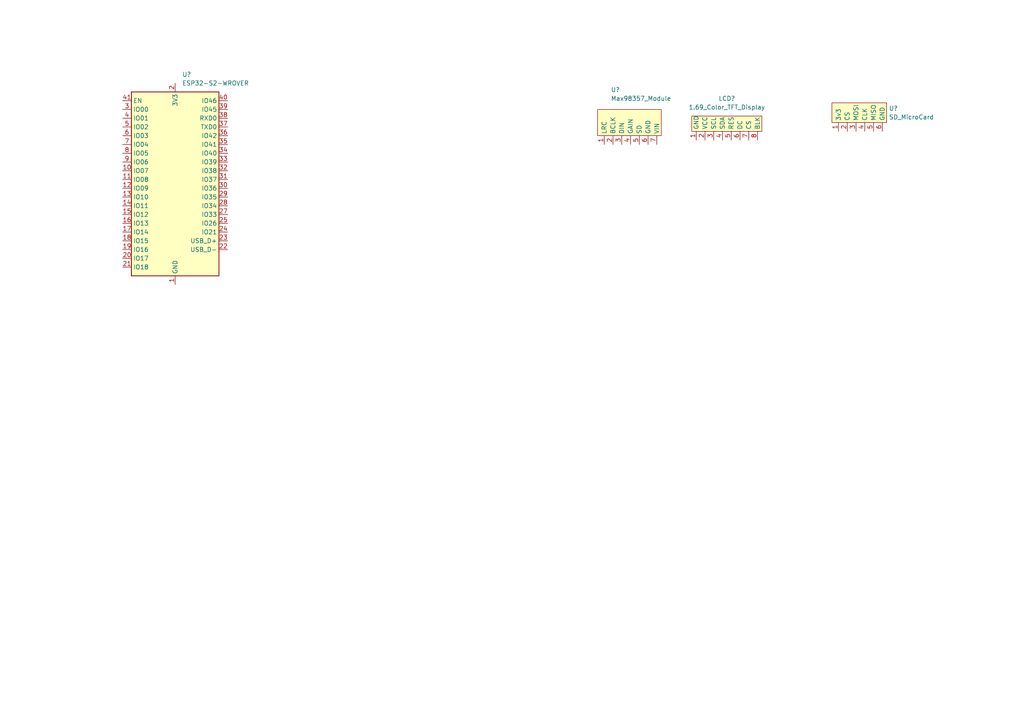
<source format=kicad_sch>
(kicad_sch (version 20211123) (generator eeschema)
  (paper "A4")
  (lib_symbols
    (symbol "Mini-Tv-ESP32:1.69_Color_TFT_Display"
      (property "Reference" "LCD" (at 0 3.81 0))
      (property "Value" "1.69_Color_TFT_Display" (at 0 6.35 0))
      (symbol "1.69_Color_TFT_Display_0_1"
        (rectangle (start -10.16 2.54) (end 10.16 -1.905) (fill (type background)))
      )
      (symbol "1.69_Color_TFT_Display_1_1"
        (pin input line (at -8.89 -4.445 90) (length 2.54) (name "GND") (number "1"))
        (pin input line (at -6.35 -4.445 90) (length 2.54) (name "VCC") (number "2"))
        (pin input line (at -3.81 -4.445 90) (length 2.54) (name "SCL") (number "3"))
        (pin input line (at -1.27 -4.445 90) (length 2.54) (name "SDA") (number "4"))
        (pin input line (at 1.27 -4.445 90) (length 2.54) (name "RES") (number "5"))
        (pin input line (at 3.81 -4.445 90) (length 2.54) (name "DC") (number "6"))
        (pin input line (at 6.35 -4.445 90) (length 2.54) (name "CS") (number "7"))
        (pin input line (at 8.89 -4.445 90) (length 2.54) (name "BLK") (number "8"))
      )
    )
    (symbol "Mini-Tv-ESP32:Max98357_Module"
      (property "Reference" "U" (at 0 5.715 0))
      (property "Value" "Max98357_Module" (at 0 7.62 0))
      (symbol "Max98357_Module_0_0"
        (pin power_out line (at -7.62 -6.35 90) (length 2.54) (name "LRC") (number "1"))
        (pin power_out line (at -5.08 -6.35 90) (length 2.54) (name "BCLK") (number "2"))
        (pin power_in line (at -2.54 -6.35 90) (length 2.54) (name "DIN") (number "3"))
        (pin power_in line (at 0 -6.35 90) (length 2.54) (name "GAIN") (number "4"))
        (pin power_in line (at 2.54 -6.35 90) (length 2.54) (name "SD") (number "5"))
        (pin power_in line (at 5.08 -6.35 90) (length 2.54) (name "GND") (number "6"))
        (pin power_in line (at 7.62 -6.35 90) (length 2.54) (name "VIN") (number "7"))
      )
      (symbol "Max98357_Module_0_1"
        (rectangle (start -9.525 3.81) (end 8.89 -3.81) (fill (type background)))
      )
    )
    (symbol "Mini-Tv-ESP32:SD_MicroCard"
      (property "Reference" "U" (at 0 4.445 0))
      (property "Value" "SD_MicroCard" (at 0 6.35 0))
      (symbol "SD_MicroCard_0_0"
        (pin input line (at -1.27 -5.715 90) (length 2.54) (name "MOSI") (number "3"))
        (pin input line (at 1.27 -5.715 90) (length 2.54) (name "CLK") (number "4"))
        (pin input line (at 3.81 -5.715 90) (length 2.54) (name "MISO") (number "5"))
        (pin input line (at 6.35 -5.715 90) (length 2.54) (name "GND") (number "6"))
      )
      (symbol "SD_MicroCard_0_1"
        (rectangle (start -8.255 2.54) (end 7.62 -3.175) (fill (type background)))
      )
      (symbol "SD_MicroCard_1_1"
        (pin input line (at -6.35 -5.715 90) (length 2.54) (name "3v3") (number "1"))
        (pin input line (at -3.81 -5.715 90) (length 2.54) (name "CS") (number "2"))
      )
    )
    (symbol "RF_Module:ESP32-S2-WROVER"
      (property "Reference" "U" (at -12.7 29.21 0))
      (property "Value" "ESP32-S2-WROVER" (at 2.54 29.21 0))
      (symbol "ESP32-S2-WROVER_0_1"
        (rectangle (start -12.7 27.94) (end 12.7 -25.4) (stroke (width 0.254)) (fill (type background)))
      )
      (symbol "ESP32-S2-WROVER_1_1"
        (pin power_in line (at 0 -27.94 90) (length 2.54) (name "GND") (number "1"))
        (pin bidirectional line (at -15.24 5.08 0) (length 2.54) (name "IO07") (number "10"))
        (pin bidirectional line (at -15.24 2.54 0) (length 2.54) (name "IO08") (number "11"))
        (pin bidirectional line (at -15.24 0 0) (length 2.54) (name "IO09") (number "12"))
        (pin bidirectional line (at -15.24 -2.54 0) (length 2.54) (name "IO10") (number "13"))
        (pin bidirectional line (at -15.24 -5.08 0) (length 2.54) (name "IO11") (number "14"))
        (pin bidirectional line (at -15.24 -7.62 0) (length 2.54) (name "IO12") (number "15"))
        (pin bidirectional line (at -15.24 -10.16 0) (length 2.54) (name "IO13") (number "16"))
        (pin bidirectional line (at -15.24 -12.7 0) (length 2.54) (name "IO14") (number "17"))
        (pin bidirectional line (at -15.24 -15.24 0) (length 2.54) (name "IO15") (number "18"))
        (pin bidirectional line (at -15.24 -17.78 0) (length 2.54) (name "IO16") (number "19"))
        (pin power_in line (at 0 30.48 270) (length 2.54) (name "3V3") (number "2"))
        (pin bidirectional line (at -15.24 -20.32 0) (length 2.54) (name "IO17") (number "20"))
        (pin bidirectional line (at -15.24 -22.86 0) (length 2.54) (name "IO18") (number "21"))
        (pin bidirectional line (at 15.24 -17.78 180) (length 2.54) (name "USB_D-") (number "22"))
        (pin bidirectional line (at 15.24 -15.24 180) (length 2.54) (name "USB_D+") (number "23"))
        (pin bidirectional line (at 15.24 -12.7 180) (length 2.54) (name "IO21") (number "24"))
        (pin bidirectional line (at 15.24 -10.16 180) (length 2.54) (name "IO26") (number "25"))
        (pin passive line (at 0 -27.94 90) (length 2.54) hide (name "GND") (number "26"))
        (pin bidirectional line (at 15.24 -7.62 180) (length 2.54) (name "IO33") (number "27"))
        (pin bidirectional line (at 15.24 -5.08 180) (length 2.54) (name "IO34") (number "28"))
        (pin bidirectional line (at 15.24 -2.54 180) (length 2.54) (name "IO35") (number "29"))
        (pin bidirectional line (at -15.24 22.86 0) (length 2.54) (name "IO00") (number "3"))
        (pin bidirectional line (at 15.24 0 180) (length 2.54) (name "IO36") (number "30"))
        (pin bidirectional line (at 15.24 2.54 180) (length 2.54) (name "IO37") (number "31"))
        (pin bidirectional line (at 15.24 5.08 180) (length 2.54) (name "IO38") (number "32"))
        (pin bidirectional line (at 15.24 7.62 180) (length 2.54) (name "IO39") (number "33"))
        (pin bidirectional line (at 15.24 10.16 180) (length 2.54) (name "IO40") (number "34"))
        (pin bidirectional line (at 15.24 12.7 180) (length 2.54) (name "IO41") (number "35"))
        (pin bidirectional line (at 15.24 15.24 180) (length 2.54) (name "IO42") (number "36"))
        (pin bidirectional line (at 15.24 17.78 180) (length 2.54) (name "TXD0") (number "37"))
        (pin bidirectional line (at 15.24 20.32 180) (length 2.54) (name "RXD0") (number "38"))
        (pin bidirectional line (at 15.24 22.86 180) (length 2.54) (name "IO45") (number "39"))
        (pin bidirectional line (at -15.24 20.32 0) (length 2.54) (name "IO01") (number "4"))
        (pin input line (at 15.24 25.4 180) (length 2.54) (name "IO46") (number "40"))
        (pin input line (at -15.24 25.4 0) (length 2.54) (name "EN") (number "41"))
        (pin passive line (at 0 -27.94 90) (length 2.54) hide (name "GND") (number "42"))
        (pin passive line (at 0 -27.94 90) (length 2.54) hide (name "GND") (number "43"))
        (pin bidirectional line (at -15.24 17.78 0) (length 2.54) (name "IO02") (number "5"))
        (pin bidirectional line (at -15.24 15.24 0) (length 2.54) (name "IO03") (number "6"))
        (pin bidirectional line (at -15.24 12.7 0) (length 2.54) (name "IO04") (number "7"))
        (pin bidirectional line (at -15.24 10.16 0) (length 2.54) (name "IO05") (number "8"))
        (pin bidirectional line (at -15.24 7.62 0) (length 2.54) (name "IO06") (number "9"))
      )
    )
  )
  (symbol (lib_id "Mini-Tv-ESP32:Max98357_Module") (at 182.88 35.56 0) (unit 1)
    (property "Reference" "U?" (at 177.165 26.035 0) (effects (justify left)))
    (property "Value" "Max98357_Module" (at 177.165 28.575 0) (effects (justify left)))
  )
  (symbol (lib_id "RF_Module:ESP32-S2-WROVER") (at 50.8 54.61 0) (unit 1)
    (property "Reference" "U?" (at 52.8194 21.59 0) (effects (justify left)))
    (property "Value" "ESP32-S2-WROVER" (at 52.8194 24.13 0) (effects (justify left)))
    (property "Footprint" "RF_Module:ESP32-S2-WROVER" (effects hide))
    (property "Datasheet" "https://www.espressif.com/sites/default/files/documentation/esp32-s2-wroom_esp32-s2-wroom-i_datasheet_en.pdf" (effects hide))
  )
  (symbol (lib_id "Mini-Tv-ESP32:SD_MicroCard") (at 249.555 32.385 0) (unit 1)
    (property "Reference" "U?" (at 257.81 31.4324 0) (effects (justify left)))
    (property "Value" "SD_MicroCard" (at 257.81 33.9724 0) (effects (justify left)))
  )
  (symbol (lib_id "Mini-Tv-ESP32:1.69_Color_TFT_Display") (at 210.82 36.195 0) (unit 1)
    (property "Reference" "LCD?" (at 210.82 28.575 0))
    (property "Value" "1.69_Color_TFT_Display" (at 210.82 31.115 0))
  )
)
</source>
